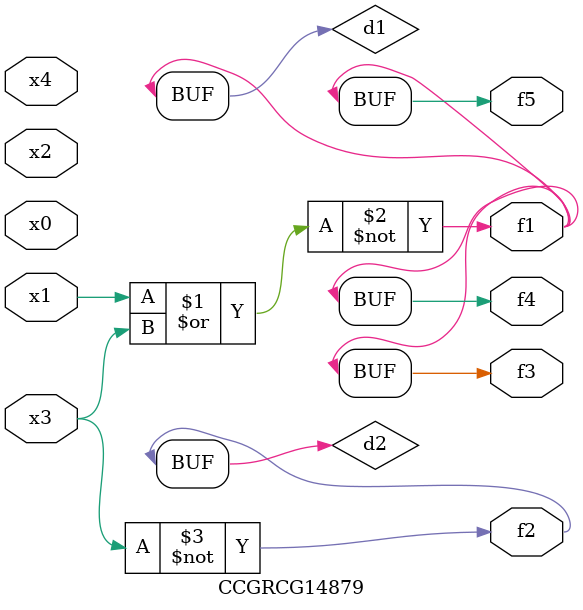
<source format=v>
module CCGRCG14879(
	input x0, x1, x2, x3, x4,
	output f1, f2, f3, f4, f5
);

	wire d1, d2;

	nor (d1, x1, x3);
	not (d2, x3);
	assign f1 = d1;
	assign f2 = d2;
	assign f3 = d1;
	assign f4 = d1;
	assign f5 = d1;
endmodule

</source>
